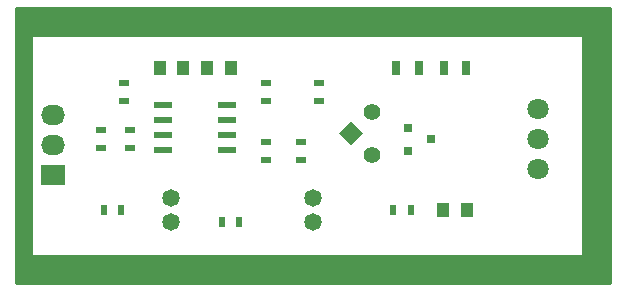
<source format=gts>
G04 #@! TF.FileFunction,Soldermask,Top*
%FSLAX46Y46*%
G04 Gerber Fmt 4.6, Leading zero omitted, Abs format (unit mm)*
G04 Created by KiCad (PCBNEW (2015-01-16 BZR 5376)-product) date 13/04/2015 08:52:01*
%MOMM*%
G01*
G04 APERTURE LIST*
%ADD10C,0.100000*%
%ADD11C,1.480820*%
%ADD12R,1.000000X1.250000*%
%ADD13R,0.800100X0.800100*%
%ADD14R,1.550000X0.600000*%
%ADD15R,0.700000X1.300000*%
%ADD16C,1.800000*%
%ADD17R,0.900000X0.500000*%
%ADD18R,0.500000X0.900000*%
%ADD19C,1.397000*%
%ADD20R,2.032000X1.727200*%
%ADD21O,2.032000X1.727200*%
%ADD22C,0.254000*%
G04 APERTURE END LIST*
D10*
D11*
X75000000Y-61984760D03*
X75000000Y-59983240D03*
D12*
X68000000Y-49000000D03*
X66000000Y-49000000D03*
X62000000Y-49000000D03*
X64000000Y-49000000D03*
D13*
X82999240Y-54050000D03*
X82999240Y-55950000D03*
X84998220Y-55000000D03*
D14*
X67700000Y-55905000D03*
X67700000Y-54635000D03*
X67700000Y-53365000D03*
X67700000Y-52095000D03*
X62300000Y-52095000D03*
X62300000Y-53365000D03*
X62300000Y-54635000D03*
X62300000Y-55905000D03*
D12*
X86000000Y-61000000D03*
X88000000Y-61000000D03*
D11*
X63000000Y-61984760D03*
X63000000Y-59983240D03*
D15*
X86050000Y-49000000D03*
X87950000Y-49000000D03*
X82050000Y-49000000D03*
X83950000Y-49000000D03*
D16*
X94000000Y-52460000D03*
X94000000Y-57540000D03*
X94000000Y-55000000D03*
D17*
X71000000Y-56750000D03*
X71000000Y-55250000D03*
X57000000Y-55750000D03*
X57000000Y-54250000D03*
D18*
X81750000Y-61000000D03*
X83250000Y-61000000D03*
D17*
X75500000Y-50250000D03*
X75500000Y-51750000D03*
D18*
X67250000Y-62000000D03*
X68750000Y-62000000D03*
D17*
X74000000Y-56750000D03*
X74000000Y-55250000D03*
X71000000Y-51750000D03*
X71000000Y-50250000D03*
X59500000Y-55750000D03*
X59500000Y-54250000D03*
X59000000Y-51750000D03*
X59000000Y-50250000D03*
D18*
X57250000Y-61000000D03*
X58750000Y-61000000D03*
D19*
X80000000Y-52703949D03*
D10*
G36*
X78203949Y-55487828D02*
X77216121Y-54500000D01*
X78203949Y-53512172D01*
X79191777Y-54500000D01*
X78203949Y-55487828D01*
X78203949Y-55487828D01*
G37*
D19*
X80000000Y-56296051D03*
D20*
X53000000Y-58000000D03*
D21*
X53000000Y-55460000D03*
X53000000Y-52920000D03*
D22*
G36*
X100127000Y-67127000D02*
X97873000Y-67127000D01*
X97873000Y-64873000D01*
X97873000Y-46127000D01*
X51127000Y-46127000D01*
X51127000Y-64873000D01*
X97873000Y-64873000D01*
X97873000Y-67127000D01*
X49873000Y-67127000D01*
X49873000Y-43873000D01*
X100127000Y-43873000D01*
X100127000Y-67127000D01*
X100127000Y-67127000D01*
G37*
X100127000Y-67127000D02*
X97873000Y-67127000D01*
X97873000Y-64873000D01*
X97873000Y-46127000D01*
X51127000Y-46127000D01*
X51127000Y-64873000D01*
X97873000Y-64873000D01*
X97873000Y-67127000D01*
X49873000Y-67127000D01*
X49873000Y-43873000D01*
X100127000Y-43873000D01*
X100127000Y-67127000D01*
M02*

</source>
